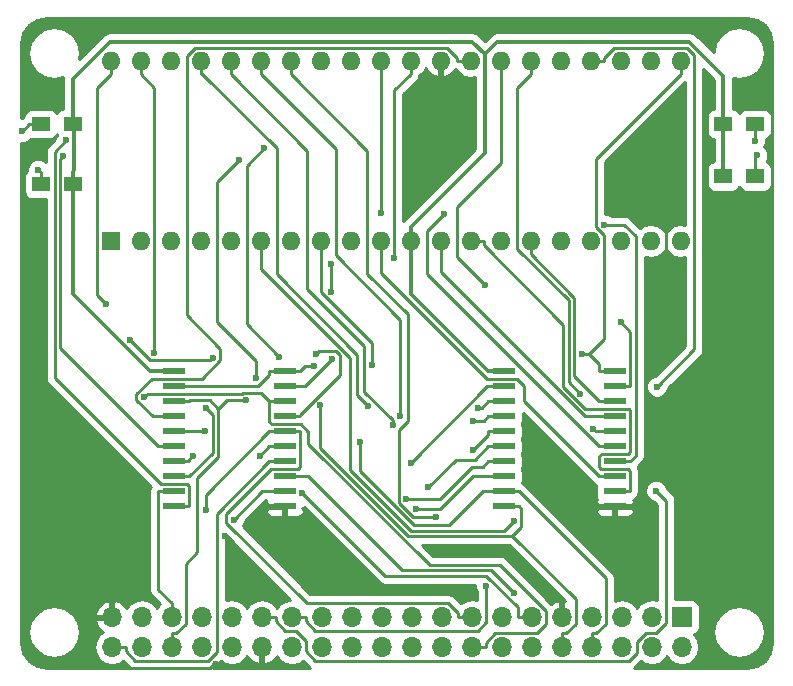
<source format=gbr>
G04 #@! TF.FileFunction,Copper,L2,Bot,Signal*
%FSLAX46Y46*%
G04 Gerber Fmt 4.6, Leading zero omitted, Abs format (unit mm)*
G04 Created by KiCad (PCBNEW 4.0.7) date 01/21/18 21:19:11*
%MOMM*%
%LPD*%
G01*
G04 APERTURE LIST*
%ADD10C,0.100000*%
%ADD11R,1.600000X1.600000*%
%ADD12O,1.600000X1.600000*%
%ADD13R,1.700000X1.700000*%
%ADD14O,1.700000X1.700000*%
%ADD15R,1.500000X1.300000*%
%ADD16R,1.950000X0.600000*%
%ADD17C,0.600000*%
%ADD18C,0.350000*%
%ADD19C,0.250000*%
%ADD20C,0.254000*%
G04 APERTURE END LIST*
D10*
D11*
X101092000Y-81026000D03*
D12*
X149352000Y-65786000D03*
X103632000Y-81026000D03*
X146812000Y-65786000D03*
X106172000Y-81026000D03*
X144272000Y-65786000D03*
X108712000Y-81026000D03*
X141732000Y-65786000D03*
X111252000Y-81026000D03*
X139192000Y-65786000D03*
X113792000Y-81026000D03*
X136652000Y-65786000D03*
X116332000Y-81026000D03*
X134112000Y-65786000D03*
X118872000Y-81026000D03*
X131572000Y-65786000D03*
X121412000Y-81026000D03*
X129032000Y-65786000D03*
X123952000Y-81026000D03*
X126492000Y-65786000D03*
X126492000Y-81026000D03*
X123952000Y-65786000D03*
X129032000Y-81026000D03*
X121412000Y-65786000D03*
X131572000Y-81026000D03*
X118872000Y-65786000D03*
X134112000Y-81026000D03*
X116332000Y-65786000D03*
X136652000Y-81026000D03*
X113792000Y-65786000D03*
X139192000Y-81026000D03*
X111252000Y-65786000D03*
X141732000Y-81026000D03*
X108712000Y-65786000D03*
X144272000Y-81026000D03*
X106172000Y-65786000D03*
X146812000Y-81026000D03*
X103632000Y-65786000D03*
X149352000Y-81026000D03*
X101092000Y-65786000D03*
D13*
X149454000Y-112878000D03*
D14*
X149454000Y-115418000D03*
X146914000Y-112878000D03*
X146914000Y-115418000D03*
X144374000Y-112878000D03*
X144374000Y-115418000D03*
X141834000Y-112878000D03*
X141834000Y-115418000D03*
X139294000Y-112878000D03*
X139294000Y-115418000D03*
X136754000Y-112878000D03*
X136754000Y-115418000D03*
X134214000Y-112878000D03*
X134214000Y-115418000D03*
X131674000Y-112878000D03*
X131674000Y-115418000D03*
X129134000Y-112878000D03*
X129134000Y-115418000D03*
X126594000Y-112878000D03*
X126594000Y-115418000D03*
X124054000Y-112878000D03*
X124054000Y-115418000D03*
X121514000Y-112878000D03*
X121514000Y-115418000D03*
X118974000Y-112878000D03*
X118974000Y-115418000D03*
X116434000Y-112878000D03*
X116434000Y-115418000D03*
X113894000Y-112878000D03*
X113894000Y-115418000D03*
X111354000Y-112878000D03*
X111354000Y-115418000D03*
X108814000Y-112878000D03*
X108814000Y-115418000D03*
X106274000Y-112878000D03*
X106274000Y-115418000D03*
X103734000Y-112878000D03*
X103734000Y-115418000D03*
X101194000Y-112878000D03*
X101194000Y-115418000D03*
D15*
X97870000Y-76200000D03*
X95170000Y-76200000D03*
X97870000Y-71120000D03*
X95170000Y-71120000D03*
X152955000Y-71120000D03*
X155655000Y-71120000D03*
X152955000Y-75565000D03*
X155655000Y-75565000D03*
D16*
X143765000Y-92075000D03*
X143765000Y-93345000D03*
X143765000Y-94615000D03*
X143765000Y-95885000D03*
X143765000Y-97155000D03*
X143765000Y-98425000D03*
X143765000Y-99695000D03*
X143765000Y-100965000D03*
X143765000Y-102235000D03*
X143765000Y-103505000D03*
X134365000Y-103505000D03*
X134365000Y-102235000D03*
X134365000Y-100965000D03*
X134365000Y-99695000D03*
X134365000Y-98425000D03*
X134365000Y-97155000D03*
X134365000Y-95885000D03*
X134365000Y-94615000D03*
X134365000Y-93345000D03*
X134365000Y-92075000D03*
X115825000Y-92075000D03*
X115825000Y-93345000D03*
X115825000Y-94615000D03*
X115825000Y-95885000D03*
X115825000Y-97155000D03*
X115825000Y-98425000D03*
X115825000Y-99695000D03*
X115825000Y-100965000D03*
X115825000Y-102235000D03*
X115825000Y-103505000D03*
X106425000Y-103505000D03*
X106425000Y-102235000D03*
X106425000Y-100965000D03*
X106425000Y-99695000D03*
X106425000Y-98425000D03*
X106425000Y-97155000D03*
X106425000Y-95885000D03*
X106425000Y-94615000D03*
X106425000Y-93345000D03*
X106425000Y-92075000D03*
D17*
X148336000Y-78359000D03*
X121539000Y-110045500D03*
X136144000Y-108585000D03*
X139573000Y-103632000D03*
X145796000Y-102870000D03*
X148845000Y-93345000D03*
X113030000Y-108712000D03*
X110744000Y-106045000D03*
X104013000Y-107188000D03*
X109982000Y-116840000D03*
X115825000Y-103505000D03*
X122174700Y-98023200D03*
X118853900Y-94900300D03*
X117320700Y-102366200D03*
X109071500Y-97131700D03*
X108021500Y-99196800D03*
X109164900Y-103787800D03*
X103946800Y-94259300D03*
X118315700Y-91619000D03*
X131735100Y-98750800D03*
X131751200Y-96290600D03*
X109749700Y-90894600D03*
X102734600Y-89425300D03*
X126495400Y-99831900D03*
X127990800Y-101873900D03*
X132218500Y-95160200D03*
X132894600Y-110247200D03*
X147275600Y-102176700D03*
X126127500Y-102843900D03*
X126941900Y-103708400D03*
X112538200Y-94526200D03*
X111506500Y-104630100D03*
X135250400Y-110825700D03*
X147352500Y-93357400D03*
X135211200Y-104721000D03*
X140869700Y-93954700D03*
X129299600Y-78714400D03*
X118483600Y-90582400D03*
X132816500Y-84794700D03*
X141964000Y-96954800D03*
X123207600Y-91566900D03*
X142881900Y-79650100D03*
X125119000Y-82498800D03*
X119773300Y-85343400D03*
X119745800Y-82991500D03*
X123984200Y-78693100D03*
X115333200Y-90819900D03*
X114092100Y-73173300D03*
X113354300Y-92660600D03*
X111982800Y-74142500D03*
X144273900Y-87929100D03*
X128659900Y-104377700D03*
X125605300Y-95811300D03*
X124988100Y-96628000D03*
X122907900Y-95016900D03*
X109138600Y-95158300D03*
X104790100Y-90482500D03*
X100720500Y-86370700D03*
X113757900Y-99192200D03*
X97351200Y-72510700D03*
X119860400Y-90994700D03*
X140969100Y-90615600D03*
X97032700Y-73847400D03*
X94948000Y-75007000D03*
X93620800Y-71759100D03*
X155623100Y-72583500D03*
X155829000Y-73787000D03*
D18*
X152955000Y-75565000D02*
X152955000Y-71120000D01*
X97870000Y-76200000D02*
X97870000Y-77225300D01*
X104396900Y-92075000D02*
X106425000Y-92075000D01*
X97870000Y-85548100D02*
X104396900Y-92075000D01*
X97870000Y-77225300D02*
X97870000Y-85548100D01*
X97870000Y-71120000D02*
X97870000Y-70094700D01*
X97870000Y-76200000D02*
X97870000Y-75174700D01*
X98026500Y-71276500D02*
X97870000Y-71120000D01*
X98026500Y-75018200D02*
X98026500Y-71276500D01*
X97870000Y-75174700D02*
X98026500Y-75018200D01*
X134365000Y-92075000D02*
X133014700Y-92075000D01*
X126492000Y-85552300D02*
X126492000Y-81026000D01*
X133014700Y-92075000D02*
X126492000Y-85552300D01*
X132771600Y-73571100D02*
X132771600Y-65215700D01*
X126492000Y-79850700D02*
X132771600Y-73571100D01*
X131715800Y-64159900D02*
X132771600Y-65215700D01*
X101031500Y-64159900D02*
X131715800Y-64159900D01*
X97870000Y-67321400D02*
X101031500Y-64159900D01*
X97870000Y-70094700D02*
X97870000Y-67321400D01*
X152955000Y-67026900D02*
X152955000Y-71120000D01*
X150073100Y-64145000D02*
X152955000Y-67026900D01*
X133842300Y-64145000D02*
X150073100Y-64145000D01*
X132771600Y-65215700D02*
X133842300Y-64145000D01*
X126492000Y-81026000D02*
X126492000Y-79850700D01*
D19*
X148082000Y-78613000D02*
X148082000Y-84582000D01*
X148336000Y-78359000D02*
X148082000Y-78613000D01*
X109982000Y-116840000D02*
X109791500Y-116840000D01*
X109474000Y-117157500D02*
X99949000Y-117157500D01*
X109791500Y-116840000D02*
X109474000Y-117157500D01*
X139294000Y-112878000D02*
X139294000Y-111735000D01*
X139294000Y-111735000D02*
X136144000Y-108585000D01*
X148845000Y-93345000D02*
X148844000Y-93345000D01*
X101194000Y-112878000D02*
X101194000Y-107975000D01*
X113030000Y-108331000D02*
X113030000Y-108712000D01*
X110744000Y-106045000D02*
X113030000Y-108331000D01*
X101981000Y-107188000D02*
X104013000Y-107188000D01*
X101194000Y-107975000D02*
X101981000Y-107188000D01*
X113894000Y-115418000D02*
X113894000Y-116738000D01*
X110236000Y-117094000D02*
X109982000Y-116840000D01*
X112268000Y-117094000D02*
X110236000Y-117094000D01*
X112522000Y-116840000D02*
X112268000Y-117094000D01*
X113792000Y-116840000D02*
X112522000Y-116840000D01*
X113894000Y-116738000D02*
X113792000Y-116840000D01*
X142201400Y-114242700D02*
X141834000Y-114242700D01*
X143009300Y-113434800D02*
X142201400Y-114242700D01*
X143009300Y-109579000D02*
X143009300Y-113434800D01*
X135665300Y-102235000D02*
X143009300Y-109579000D01*
X134365000Y-102235000D02*
X135665300Y-102235000D01*
X141834000Y-115418000D02*
X141834000Y-114242700D01*
X122174700Y-100482300D02*
X122174700Y-98023200D01*
X126739500Y-105047100D02*
X122174700Y-100482300D01*
X129762700Y-105047100D02*
X126739500Y-105047100D01*
X132574800Y-102235000D02*
X129762700Y-105047100D01*
X134365000Y-102235000D02*
X132574800Y-102235000D01*
X139294000Y-115418000D02*
X139294000Y-114242700D01*
X139661400Y-114242700D02*
X139294000Y-114242700D01*
X140469300Y-113434800D02*
X139661400Y-114242700D01*
X140469300Y-111361200D02*
X140469300Y-113434800D01*
X135100600Y-105992500D02*
X140469300Y-111361200D01*
X126285200Y-105992500D02*
X135100600Y-105992500D01*
X118853900Y-98561200D02*
X126285200Y-105992500D01*
X118853900Y-94900300D02*
X118853900Y-98561200D01*
X135847800Y-103687500D02*
X135665300Y-103505000D01*
X135847800Y-105245300D02*
X135847800Y-103687500D01*
X135100600Y-105992500D02*
X135847800Y-105245300D01*
X134365000Y-103505000D02*
X135665300Y-103505000D01*
X136754000Y-112878000D02*
X135578700Y-112878000D01*
X109048200Y-97155000D02*
X109071500Y-97131700D01*
X106425000Y-97155000D02*
X109048200Y-97155000D01*
X124323400Y-109368900D02*
X117320700Y-102366200D01*
X132900700Y-109368900D02*
X124323400Y-109368900D01*
X135578700Y-112046900D02*
X132900700Y-109368900D01*
X135578700Y-112878000D02*
X135578700Y-112046900D01*
X107725300Y-99493000D02*
X108021500Y-99196800D01*
X107725300Y-99695000D02*
X107725300Y-99493000D01*
X106425000Y-99695000D02*
X107725300Y-99695000D01*
X131674000Y-112878000D02*
X130498700Y-112878000D01*
X116475200Y-97155000D02*
X117125300Y-97155000D01*
X117125300Y-100173100D02*
X117125300Y-97155000D01*
X116966400Y-100332000D02*
X117125300Y-100173100D01*
X114702300Y-100332000D02*
X116966400Y-100332000D01*
X110861700Y-104172600D02*
X114702300Y-100332000D01*
X110861700Y-104877000D02*
X110861700Y-104172600D01*
X117687400Y-111702700D02*
X110861700Y-104877000D01*
X129690800Y-111702700D02*
X117687400Y-111702700D01*
X130498700Y-112510600D02*
X129690800Y-111702700D01*
X130498700Y-112878000D02*
X130498700Y-112510600D01*
X116475200Y-97155000D02*
X115825000Y-97155000D01*
X109164900Y-102514800D02*
X109164900Y-103787800D01*
X114524700Y-97155000D02*
X109164900Y-102514800D01*
X115825000Y-97155000D02*
X114524700Y-97155000D01*
X115825000Y-94615000D02*
X114524700Y-94615000D01*
X131674000Y-115418000D02*
X132849300Y-115418000D01*
X113810600Y-93900900D02*
X114524700Y-94615000D01*
X112279200Y-93900900D02*
X113810600Y-93900900D01*
X112190500Y-93989600D02*
X112279200Y-93900900D01*
X104216500Y-93989600D02*
X112190500Y-93989600D01*
X103946800Y-94259300D02*
X104216500Y-93989600D01*
X132849300Y-115050600D02*
X132849300Y-115418000D01*
X133657200Y-114242700D02*
X132849300Y-115050600D01*
X137159600Y-114242700D02*
X133657200Y-114242700D01*
X137929400Y-113472900D02*
X137159600Y-114242700D01*
X137929400Y-112347700D02*
X137929400Y-113472900D01*
X134024400Y-108442700D02*
X137929400Y-112347700D01*
X128088900Y-108442700D02*
X134024400Y-108442700D01*
X117825400Y-98179200D02*
X128088900Y-108442700D01*
X117825400Y-97175200D02*
X117825400Y-98179200D01*
X117170200Y-96520000D02*
X117825400Y-97175200D01*
X114714000Y-96520000D02*
X117170200Y-96520000D01*
X114524700Y-96330700D02*
X114714000Y-96520000D01*
X114524700Y-94615000D02*
X114524700Y-96330700D01*
X113567300Y-93345000D02*
X106425000Y-93345000D01*
X114524700Y-92387600D02*
X113567300Y-93345000D01*
X114524700Y-92075000D02*
X114524700Y-92387600D01*
X115825000Y-92075000D02*
X114524700Y-92075000D01*
X117581300Y-91619000D02*
X117125300Y-92075000D01*
X118315700Y-91619000D02*
X117581300Y-91619000D01*
X115825000Y-92075000D02*
X117125300Y-92075000D01*
X133064700Y-97421200D02*
X131735100Y-98750800D01*
X133064700Y-97155000D02*
X133064700Y-97421200D01*
X134365000Y-97155000D02*
X133064700Y-97155000D01*
X132659100Y-96290600D02*
X133064700Y-95885000D01*
X131751200Y-96290600D02*
X132659100Y-96290600D01*
X134365000Y-95885000D02*
X133064700Y-95885000D01*
X104455100Y-91145800D02*
X102734600Y-89425300D01*
X109498500Y-91145800D02*
X104455100Y-91145800D01*
X109749700Y-90894600D02*
X109498500Y-91145800D01*
X132982300Y-93345000D02*
X134365000Y-93345000D01*
X126495400Y-99831900D02*
X132982300Y-93345000D01*
X130308000Y-99556700D02*
X127990800Y-101873900D01*
X131933000Y-99556700D02*
X130308000Y-99556700D01*
X133064700Y-98425000D02*
X131933000Y-99556700D01*
X134365000Y-98425000D02*
X133064700Y-98425000D01*
X132519500Y-95160200D02*
X133064700Y-94615000D01*
X132218500Y-95160200D02*
X132519500Y-95160200D01*
X134365000Y-94615000D02*
X133064700Y-94615000D01*
X117609300Y-113245400D02*
X117609300Y-112878000D01*
X118417200Y-114053300D02*
X117609300Y-113245400D01*
X132168300Y-114053300D02*
X118417200Y-114053300D01*
X132894600Y-113327000D02*
X132168300Y-114053300D01*
X132894600Y-110247200D02*
X132894600Y-113327000D01*
X116434000Y-112878000D02*
X117609300Y-112878000D01*
X115069300Y-113245400D02*
X115069300Y-112878000D01*
X115877200Y-114053300D02*
X115069300Y-113245400D01*
X116748600Y-114053300D02*
X115877200Y-114053300D01*
X117609400Y-114914100D02*
X116748600Y-114053300D01*
X117609400Y-115777600D02*
X117609400Y-114914100D01*
X118425200Y-116593400D02*
X117609400Y-115777600D01*
X144941300Y-116593400D02*
X118425200Y-116593400D01*
X145644000Y-115890700D02*
X144941300Y-116593400D01*
X145644000Y-114987000D02*
X145644000Y-115890700D01*
X146388400Y-114242600D02*
X145644000Y-114987000D01*
X147297700Y-114242600D02*
X146388400Y-114242600D01*
X148128600Y-113411700D02*
X147297700Y-114242600D01*
X148128600Y-103029700D02*
X148128600Y-113411700D01*
X147275600Y-102176700D02*
X148128600Y-103029700D01*
X113894000Y-112878000D02*
X115069300Y-112878000D01*
X132602200Y-100157500D02*
X133064700Y-99695000D01*
X131692700Y-100157500D02*
X132602200Y-100157500D01*
X129006300Y-102843900D02*
X131692700Y-100157500D01*
X126127500Y-102843900D02*
X129006300Y-102843900D01*
X134365000Y-99695000D02*
X133064700Y-99695000D01*
X131747400Y-100965000D02*
X134365000Y-100965000D01*
X129004000Y-103708400D02*
X131747400Y-100965000D01*
X126941900Y-103708400D02*
X129004000Y-103708400D01*
X105124700Y-110553400D02*
X106274000Y-111702700D01*
X105124700Y-102235000D02*
X105124700Y-110553400D01*
X106425000Y-102235000D02*
X105124700Y-102235000D01*
X106274000Y-112878000D02*
X106274000Y-111702700D01*
X106425000Y-94615000D02*
X107725300Y-94615000D01*
X106274000Y-115418000D02*
X106274000Y-114242700D01*
X110909700Y-94526200D02*
X110216100Y-95219800D01*
X112538200Y-94526200D02*
X110909700Y-94526200D01*
X109523800Y-94527500D02*
X110216100Y-95219800D01*
X107812800Y-94527500D02*
X109523800Y-94527500D01*
X107725300Y-94615000D02*
X107812800Y-94527500D01*
X106641400Y-114242700D02*
X106274000Y-114242700D01*
X107449300Y-113434800D02*
X106641400Y-114242700D01*
X107449300Y-108338500D02*
X107449300Y-113434800D01*
X108396200Y-107391600D02*
X107449300Y-108338500D01*
X108396200Y-101104100D02*
X108396200Y-107391600D01*
X110216100Y-99284200D02*
X108396200Y-101104100D01*
X110216100Y-95219800D02*
X110216100Y-99284200D01*
X113901600Y-102235000D02*
X111506500Y-104630100D01*
X115825000Y-102235000D02*
X113901600Y-102235000D01*
X102369300Y-115785400D02*
X102369300Y-115418000D01*
X103177200Y-116593300D02*
X102369300Y-115785400D01*
X109334100Y-116593300D02*
X103177200Y-116593300D01*
X110084000Y-115843400D02*
X109334100Y-116593300D01*
X110084000Y-104135700D02*
X110084000Y-115843400D01*
X114524700Y-99695000D02*
X110084000Y-104135700D01*
X115825000Y-99695000D02*
X114524700Y-99695000D01*
X101194000Y-115418000D02*
X102369300Y-115418000D01*
X133317800Y-108893100D02*
X135250400Y-110825700D01*
X125753700Y-108893100D02*
X133317800Y-108893100D01*
X117825600Y-100965000D02*
X125753700Y-108893100D01*
X115825000Y-100965000D02*
X117825600Y-100965000D01*
X142857300Y-65504600D02*
X142857300Y-65786000D01*
X143701200Y-64660700D02*
X142857300Y-65504600D01*
X149881100Y-64660700D02*
X143701200Y-64660700D01*
X150499100Y-65278700D02*
X149881100Y-64660700D01*
X150499100Y-90210800D02*
X150499100Y-65278700D01*
X147352500Y-93357400D02*
X150499100Y-90210800D01*
X141732000Y-65786000D02*
X142857300Y-65786000D01*
X113792000Y-83376600D02*
X113792000Y-81026000D01*
X121381800Y-90966400D02*
X113792000Y-83376600D01*
X121381800Y-100389200D02*
X121381800Y-90966400D01*
X126534700Y-105542100D02*
X121381800Y-100389200D01*
X134390100Y-105542100D02*
X126534700Y-105542100D01*
X135211200Y-104721000D02*
X134390100Y-105542100D01*
X136652000Y-65786000D02*
X136652000Y-66911300D01*
X135526700Y-68036600D02*
X136652000Y-66911300D01*
X135526700Y-81700900D02*
X135526700Y-68036600D01*
X139865800Y-86040000D02*
X135526700Y-81700900D01*
X139865800Y-92950800D02*
X139865800Y-86040000D01*
X140869700Y-93954700D02*
X139865800Y-92950800D01*
X127846400Y-80167600D02*
X129299600Y-78714400D01*
X127846400Y-83806700D02*
X127846400Y-80167600D01*
X142464700Y-98425000D02*
X127846400Y-83806700D01*
X143765000Y-98425000D02*
X142464700Y-98425000D01*
X134112000Y-74463300D02*
X134112000Y-65786000D01*
X130395700Y-78179600D02*
X134112000Y-74463300D01*
X130395700Y-82373900D02*
X130395700Y-78179600D01*
X132816500Y-84794700D02*
X130395700Y-82373900D01*
X115825000Y-95885000D02*
X117125300Y-95885000D01*
X117125300Y-95744600D02*
X117125300Y-95885000D01*
X120485800Y-92384100D02*
X117125300Y-95744600D01*
X120485800Y-90707300D02*
X120485800Y-92384100D01*
X120147800Y-90369300D02*
X120485800Y-90707300D01*
X118696700Y-90369300D02*
X120147800Y-90369300D01*
X118483600Y-90582400D02*
X118696700Y-90369300D01*
X142164200Y-97155000D02*
X141964000Y-96954800D01*
X143765000Y-97155000D02*
X142164200Y-97155000D01*
X118872000Y-81026000D02*
X118872000Y-82151300D01*
X123207600Y-89662000D02*
X123207600Y-91566900D01*
X118872000Y-85326400D02*
X123207600Y-89662000D01*
X118872000Y-82151300D02*
X118872000Y-85326400D01*
X131572000Y-65786000D02*
X130446700Y-65786000D01*
X130446700Y-65504600D02*
X130446700Y-65786000D01*
X129602800Y-64660700D02*
X130446700Y-65504600D01*
X108221200Y-64660700D02*
X129602800Y-64660700D01*
X107539400Y-65342500D02*
X108221200Y-64660700D01*
X107539400Y-87310600D02*
X107539400Y-65342500D01*
X110384400Y-90155600D02*
X107539400Y-87310600D01*
X110384400Y-91144300D02*
X110384400Y-90155600D01*
X108809100Y-92719600D02*
X110384400Y-91144300D01*
X104556000Y-92719600D02*
X108809100Y-92719600D01*
X103277900Y-93997700D02*
X104556000Y-92719600D01*
X103277900Y-94487200D02*
X103277900Y-93997700D01*
X104675700Y-95885000D02*
X103277900Y-94487200D01*
X106425000Y-95885000D02*
X104675700Y-95885000D01*
X143765000Y-99695000D02*
X145065300Y-99695000D01*
X144552100Y-79650100D02*
X142881900Y-79650100D01*
X145542000Y-80640000D02*
X144552100Y-79650100D01*
X145542000Y-99218300D02*
X145542000Y-80640000D01*
X145065300Y-99695000D02*
X145542000Y-99218300D01*
X143765000Y-100965000D02*
X142464700Y-100965000D01*
X123952000Y-81026000D02*
X123952000Y-82151300D01*
X136053200Y-94553500D02*
X142464700Y-100965000D01*
X136053200Y-93274100D02*
X136053200Y-94553500D01*
X135498800Y-92719700D02*
X136053200Y-93274100D01*
X132944600Y-92719700D02*
X135498800Y-92719700D01*
X123952000Y-83727100D02*
X132944600Y-92719700D01*
X123952000Y-82151300D02*
X123952000Y-83727100D01*
X125119000Y-68284300D02*
X125119000Y-82498800D01*
X126492000Y-66911300D02*
X125119000Y-68284300D01*
X126492000Y-65786000D02*
X126492000Y-66911300D01*
X119745800Y-85315900D02*
X119745800Y-82991500D01*
X119773300Y-85343400D02*
X119745800Y-85315900D01*
X123984200Y-66943500D02*
X123952000Y-66911300D01*
X123984200Y-78693100D02*
X123984200Y-66943500D01*
X123952000Y-65786000D02*
X123952000Y-66911300D01*
X129032000Y-81026000D02*
X129032000Y-82151300D01*
X129032000Y-83665200D02*
X129032000Y-82151300D01*
X141251800Y-95885000D02*
X129032000Y-83665200D01*
X143765000Y-95885000D02*
X141251800Y-95885000D01*
X112608200Y-74657200D02*
X114092100Y-73173300D01*
X112608200Y-88094900D02*
X112608200Y-74657200D01*
X115333200Y-90819900D02*
X112608200Y-88094900D01*
X145065300Y-100480400D02*
X145065300Y-102235000D01*
X144924500Y-100339600D02*
X145065300Y-100480400D01*
X142596400Y-100339600D02*
X144924500Y-100339600D01*
X142464600Y-100207800D02*
X142596400Y-100339600D01*
X142464600Y-99252200D02*
X142464600Y-100207800D01*
X142666400Y-99050400D02*
X142464600Y-99252200D01*
X144874700Y-99050400D02*
X142666400Y-99050400D01*
X145065400Y-98859700D02*
X144874700Y-99050400D01*
X145065400Y-95352400D02*
X145065400Y-98859700D01*
X144953400Y-95240400D02*
X145065400Y-95352400D01*
X141271000Y-95240400D02*
X144953400Y-95240400D01*
X139415300Y-93384700D02*
X141271000Y-95240400D01*
X139415300Y-88127900D02*
X139415300Y-93384700D01*
X132697300Y-81409900D02*
X139415300Y-88127900D01*
X132697300Y-81026000D02*
X132697300Y-81409900D01*
X131572000Y-81026000D02*
X132697300Y-81026000D01*
X143765000Y-102235000D02*
X145065300Y-102235000D01*
X110079100Y-76046200D02*
X111982800Y-74142500D01*
X110079100Y-87930100D02*
X110079100Y-76046200D01*
X113354300Y-91205300D02*
X110079100Y-87930100D01*
X113354300Y-92660600D02*
X113354300Y-91205300D01*
X145065300Y-88720500D02*
X144273900Y-87929100D01*
X145065300Y-93345000D02*
X145065300Y-88720500D01*
X143765000Y-93345000D02*
X145065300Y-93345000D01*
X116332000Y-65786000D02*
X116332000Y-66911300D01*
X122807000Y-73386300D02*
X116332000Y-66911300D01*
X122807000Y-83827300D02*
X122807000Y-73386300D01*
X126230600Y-87250900D02*
X122807000Y-83827300D01*
X126230600Y-96269900D02*
X126230600Y-87250900D01*
X125501200Y-96999300D02*
X126230600Y-96269900D01*
X125501200Y-103171900D02*
X125501200Y-96999300D01*
X126707000Y-104377700D02*
X125501200Y-103171900D01*
X128659900Y-104377700D02*
X126707000Y-104377700D01*
X143765000Y-94615000D02*
X142464700Y-94615000D01*
X136652000Y-81026000D02*
X136652000Y-82151300D01*
X140316100Y-85815400D02*
X136652000Y-82151300D01*
X140316100Y-92466400D02*
X140316100Y-85815400D01*
X142464700Y-94615000D02*
X140316100Y-92466400D01*
X120142000Y-73261300D02*
X113792000Y-66911300D01*
X120142000Y-82221500D02*
X120142000Y-73261300D01*
X125605300Y-87684800D02*
X120142000Y-82221500D01*
X125605300Y-95811300D02*
X125605300Y-87684800D01*
X113792000Y-65786000D02*
X113792000Y-66911300D01*
X111252000Y-65786000D02*
X111252000Y-66911300D01*
X117741000Y-73400300D02*
X111252000Y-66911300D01*
X117741000Y-85103800D02*
X117741000Y-73400300D01*
X122581400Y-89944200D02*
X117741000Y-85103800D01*
X122581400Y-93806000D02*
X122581400Y-89944200D01*
X124988100Y-96212700D02*
X122581400Y-93806000D01*
X124988100Y-96628000D02*
X124988100Y-96212700D01*
X108852700Y-66911300D02*
X108712000Y-66911300D01*
X115135800Y-73194400D02*
X108852700Y-66911300D01*
X115135800Y-83848900D02*
X115135800Y-73194400D01*
X121959200Y-90672300D02*
X115135800Y-83848900D01*
X121959200Y-94068200D02*
X121959200Y-90672300D01*
X122907900Y-95016900D02*
X121959200Y-94068200D01*
X108712000Y-65786000D02*
X108712000Y-66911300D01*
X109719100Y-95738800D02*
X109138600Y-95158300D01*
X109719100Y-98971200D02*
X109719100Y-95738800D01*
X107725300Y-100965000D02*
X109719100Y-98971200D01*
X106425000Y-100965000D02*
X107725300Y-100965000D01*
X104790100Y-68069400D02*
X103632000Y-66911300D01*
X104790100Y-90482500D02*
X104790100Y-68069400D01*
X103632000Y-65786000D02*
X103632000Y-66911300D01*
X99966700Y-68036600D02*
X101092000Y-66911300D01*
X99966700Y-85616900D02*
X99966700Y-68036600D01*
X100720500Y-86370700D02*
X99966700Y-85616900D01*
X101092000Y-65786000D02*
X101092000Y-66911300D01*
X114524700Y-98425400D02*
X114524700Y-98425000D01*
X113757900Y-99192200D02*
X114524700Y-98425400D01*
X115825000Y-98425000D02*
X114524700Y-98425000D01*
X107725300Y-101792100D02*
X107725300Y-103505000D01*
X107523600Y-101590400D02*
X107725300Y-101792100D01*
X105314200Y-101590400D02*
X107523600Y-101590400D01*
X96344200Y-92620400D02*
X105314200Y-101590400D01*
X96344200Y-73517700D02*
X96344200Y-92620400D01*
X97351200Y-72510700D02*
X96344200Y-73517700D01*
X106425000Y-103505000D02*
X107725300Y-103505000D01*
X149352000Y-65786000D02*
X149352000Y-66911300D01*
X143765000Y-92075000D02*
X142464700Y-92075000D01*
X117510100Y-93345000D02*
X119860400Y-90994700D01*
X115825000Y-93345000D02*
X117510100Y-93345000D01*
X140969100Y-90615600D02*
X141630600Y-90615600D01*
X142464700Y-91449700D02*
X142464700Y-92075000D01*
X141630600Y-90615600D02*
X142464700Y-91449700D01*
X142886600Y-89359600D02*
X141630600Y-90615600D01*
X142886600Y-80564000D02*
X142886600Y-89359600D01*
X142202400Y-79879800D02*
X142886600Y-80564000D01*
X142202400Y-74060900D02*
X142202400Y-79879800D01*
X149352000Y-66911300D02*
X142202400Y-74060900D01*
X106425000Y-98425000D02*
X105124700Y-98425000D01*
X96794600Y-74085500D02*
X97032700Y-73847400D01*
X96794600Y-90094900D02*
X96794600Y-74085500D01*
X105124700Y-98425000D02*
X96794600Y-90094900D01*
X95165700Y-75224700D02*
X95170000Y-75224700D01*
X94948000Y-75007000D02*
X95165700Y-75224700D01*
X95170000Y-76200000D02*
X95170000Y-75224700D01*
X94094700Y-71285200D02*
X94094700Y-71120000D01*
X93620800Y-71759100D02*
X94094700Y-71285200D01*
X95170000Y-71120000D02*
X94094700Y-71120000D01*
X155655000Y-72551600D02*
X155655000Y-71120000D01*
X155623100Y-72583500D02*
X155655000Y-72551600D01*
X155655000Y-75565000D02*
X155655000Y-73961000D01*
X155655000Y-73961000D02*
X155829000Y-73787000D01*
D20*
G36*
X96536173Y-72035365D02*
X96416362Y-72323901D01*
X96416321Y-72370777D01*
X95806799Y-72980299D01*
X95642052Y-73226861D01*
X95584200Y-73517700D01*
X95584200Y-74320866D01*
X95478327Y-74214808D01*
X95134799Y-74072162D01*
X94762833Y-74071838D01*
X94419057Y-74213883D01*
X94155808Y-74476673D01*
X94013162Y-74820201D01*
X94012955Y-75057342D01*
X93968559Y-75085910D01*
X93823569Y-75298110D01*
X93772560Y-75550000D01*
X93772560Y-76850000D01*
X93816838Y-77085317D01*
X93955910Y-77301441D01*
X94168110Y-77446431D01*
X94420000Y-77497440D01*
X95584200Y-77497440D01*
X95584200Y-92620400D01*
X95642052Y-92911239D01*
X95806799Y-93157801D01*
X104490887Y-101841889D01*
X104422552Y-101944161D01*
X104364700Y-102235000D01*
X104364700Y-110553400D01*
X104422552Y-110844239D01*
X104587299Y-111090801D01*
X105266750Y-111770252D01*
X105223946Y-111798853D01*
X105004000Y-112128026D01*
X104784054Y-111798853D01*
X104302285Y-111476946D01*
X103734000Y-111363907D01*
X103165715Y-111476946D01*
X102683946Y-111798853D01*
X102456298Y-112139553D01*
X102389183Y-111996642D01*
X101960924Y-111606355D01*
X101550890Y-111436524D01*
X101321000Y-111557845D01*
X101321000Y-112751000D01*
X101341000Y-112751000D01*
X101341000Y-113005000D01*
X101321000Y-113005000D01*
X101321000Y-113025000D01*
X101067000Y-113025000D01*
X101067000Y-113005000D01*
X99873181Y-113005000D01*
X99752514Y-113234892D01*
X99998817Y-113759358D01*
X100427076Y-114149645D01*
X100427101Y-114149655D01*
X100143946Y-114338853D01*
X99822039Y-114820622D01*
X99709000Y-115388907D01*
X99709000Y-115447093D01*
X99822039Y-116015378D01*
X100143946Y-116497147D01*
X100625715Y-116819054D01*
X101194000Y-116932093D01*
X101762285Y-116819054D01*
X102101498Y-116592400D01*
X102639799Y-117130701D01*
X102738723Y-117196800D01*
X95679686Y-117196800D01*
X94812964Y-117024398D01*
X94141380Y-116575660D01*
X93692641Y-115904075D01*
X93521600Y-115044191D01*
X93521600Y-114147913D01*
X94118047Y-114147913D01*
X94285030Y-114987395D01*
X94760559Y-115699074D01*
X95472238Y-116174603D01*
X96311720Y-116341586D01*
X97151202Y-116174603D01*
X97862881Y-115699074D01*
X98338410Y-114987395D01*
X98505393Y-114147913D01*
X98338410Y-113308431D01*
X97862881Y-112596752D01*
X97749672Y-112521108D01*
X99752514Y-112521108D01*
X99873181Y-112751000D01*
X101067000Y-112751000D01*
X101067000Y-111557845D01*
X100837110Y-111436524D01*
X100427076Y-111606355D01*
X99998817Y-111996642D01*
X99752514Y-112521108D01*
X97749672Y-112521108D01*
X97151202Y-112121223D01*
X96311720Y-111954240D01*
X95472238Y-112121223D01*
X94760559Y-112596752D01*
X94285030Y-113308431D01*
X94118047Y-114147913D01*
X93521600Y-114147913D01*
X93521600Y-72694014D01*
X93805967Y-72694262D01*
X94149743Y-72552217D01*
X94307564Y-72394671D01*
X94420000Y-72417440D01*
X95920000Y-72417440D01*
X96155317Y-72373162D01*
X96371441Y-72234090D01*
X96516431Y-72021890D01*
X96519081Y-72008803D01*
X96536173Y-72035365D01*
X96536173Y-72035365D01*
G37*
X96536173Y-72035365D02*
X96416362Y-72323901D01*
X96416321Y-72370777D01*
X95806799Y-72980299D01*
X95642052Y-73226861D01*
X95584200Y-73517700D01*
X95584200Y-74320866D01*
X95478327Y-74214808D01*
X95134799Y-74072162D01*
X94762833Y-74071838D01*
X94419057Y-74213883D01*
X94155808Y-74476673D01*
X94013162Y-74820201D01*
X94012955Y-75057342D01*
X93968559Y-75085910D01*
X93823569Y-75298110D01*
X93772560Y-75550000D01*
X93772560Y-76850000D01*
X93816838Y-77085317D01*
X93955910Y-77301441D01*
X94168110Y-77446431D01*
X94420000Y-77497440D01*
X95584200Y-77497440D01*
X95584200Y-92620400D01*
X95642052Y-92911239D01*
X95806799Y-93157801D01*
X104490887Y-101841889D01*
X104422552Y-101944161D01*
X104364700Y-102235000D01*
X104364700Y-110553400D01*
X104422552Y-110844239D01*
X104587299Y-111090801D01*
X105266750Y-111770252D01*
X105223946Y-111798853D01*
X105004000Y-112128026D01*
X104784054Y-111798853D01*
X104302285Y-111476946D01*
X103734000Y-111363907D01*
X103165715Y-111476946D01*
X102683946Y-111798853D01*
X102456298Y-112139553D01*
X102389183Y-111996642D01*
X101960924Y-111606355D01*
X101550890Y-111436524D01*
X101321000Y-111557845D01*
X101321000Y-112751000D01*
X101341000Y-112751000D01*
X101341000Y-113005000D01*
X101321000Y-113005000D01*
X101321000Y-113025000D01*
X101067000Y-113025000D01*
X101067000Y-113005000D01*
X99873181Y-113005000D01*
X99752514Y-113234892D01*
X99998817Y-113759358D01*
X100427076Y-114149645D01*
X100427101Y-114149655D01*
X100143946Y-114338853D01*
X99822039Y-114820622D01*
X99709000Y-115388907D01*
X99709000Y-115447093D01*
X99822039Y-116015378D01*
X100143946Y-116497147D01*
X100625715Y-116819054D01*
X101194000Y-116932093D01*
X101762285Y-116819054D01*
X102101498Y-116592400D01*
X102639799Y-117130701D01*
X102738723Y-117196800D01*
X95679686Y-117196800D01*
X94812964Y-117024398D01*
X94141380Y-116575660D01*
X93692641Y-115904075D01*
X93521600Y-115044191D01*
X93521600Y-114147913D01*
X94118047Y-114147913D01*
X94285030Y-114987395D01*
X94760559Y-115699074D01*
X95472238Y-116174603D01*
X96311720Y-116341586D01*
X97151202Y-116174603D01*
X97862881Y-115699074D01*
X98338410Y-114987395D01*
X98505393Y-114147913D01*
X98338410Y-113308431D01*
X97862881Y-112596752D01*
X97749672Y-112521108D01*
X99752514Y-112521108D01*
X99873181Y-112751000D01*
X101067000Y-112751000D01*
X101067000Y-111557845D01*
X100837110Y-111436524D01*
X100427076Y-111606355D01*
X99998817Y-111996642D01*
X99752514Y-112521108D01*
X97749672Y-112521108D01*
X97151202Y-112121223D01*
X96311720Y-111954240D01*
X95472238Y-112121223D01*
X94760559Y-112596752D01*
X94285030Y-113308431D01*
X94118047Y-114147913D01*
X93521600Y-114147913D01*
X93521600Y-72694014D01*
X93805967Y-72694262D01*
X94149743Y-72552217D01*
X94307564Y-72394671D01*
X94420000Y-72417440D01*
X95920000Y-72417440D01*
X96155317Y-72373162D01*
X96371441Y-72234090D01*
X96516431Y-72021890D01*
X96519081Y-72008803D01*
X96536173Y-72035365D01*
G36*
X155833790Y-62298686D02*
X156505375Y-62747425D01*
X156954113Y-63419009D01*
X157125600Y-64281131D01*
X157125600Y-115043314D01*
X156954113Y-115905436D01*
X156505375Y-116577020D01*
X155833790Y-117025759D01*
X154973906Y-117196800D01*
X145379926Y-117196800D01*
X145478701Y-117130801D01*
X146012856Y-116596646D01*
X146345715Y-116819054D01*
X146914000Y-116932093D01*
X147482285Y-116819054D01*
X147964054Y-116497147D01*
X148184000Y-116167974D01*
X148403946Y-116497147D01*
X148885715Y-116819054D01*
X149454000Y-116932093D01*
X150022285Y-116819054D01*
X150504054Y-116497147D01*
X150825961Y-116015378D01*
X150939000Y-115447093D01*
X150939000Y-115388907D01*
X150825961Y-114820622D01*
X150504054Y-114338853D01*
X150502821Y-114338029D01*
X150539317Y-114331162D01*
X150755441Y-114192090D01*
X150785839Y-114147600D01*
X152126567Y-114147600D01*
X152293550Y-114987082D01*
X152769079Y-115698761D01*
X153480758Y-116174290D01*
X154320240Y-116341273D01*
X155159722Y-116174290D01*
X155871401Y-115698761D01*
X156346930Y-114987082D01*
X156513913Y-114147600D01*
X156346930Y-113308118D01*
X155871401Y-112596439D01*
X155159722Y-112120910D01*
X154320240Y-111953927D01*
X153480758Y-112120910D01*
X152769079Y-112596439D01*
X152293550Y-113308118D01*
X152126567Y-114147600D01*
X150785839Y-114147600D01*
X150900431Y-113979890D01*
X150951440Y-113728000D01*
X150951440Y-112028000D01*
X150907162Y-111792683D01*
X150768090Y-111576559D01*
X150555890Y-111431569D01*
X150304000Y-111380560D01*
X148888600Y-111380560D01*
X148888600Y-103029700D01*
X148853380Y-102852638D01*
X148830748Y-102738860D01*
X148666001Y-102492299D01*
X148210722Y-102037020D01*
X148210762Y-101991533D01*
X148068717Y-101647757D01*
X147805927Y-101384508D01*
X147462399Y-101241862D01*
X147090433Y-101241538D01*
X146746657Y-101383583D01*
X146483408Y-101646373D01*
X146340762Y-101989901D01*
X146340438Y-102361867D01*
X146482483Y-102705643D01*
X146745273Y-102968892D01*
X147088801Y-103111538D01*
X147135677Y-103111579D01*
X147368600Y-103344502D01*
X147368600Y-111454333D01*
X146914000Y-111363907D01*
X146345715Y-111476946D01*
X145863946Y-111798853D01*
X145644000Y-112128026D01*
X145424054Y-111798853D01*
X144942285Y-111476946D01*
X144374000Y-111363907D01*
X143805715Y-111476946D01*
X143769300Y-111501278D01*
X143769300Y-109579000D01*
X143716262Y-109312362D01*
X143711448Y-109288160D01*
X143546701Y-109041599D01*
X138295852Y-103790750D01*
X142155000Y-103790750D01*
X142155000Y-103931310D01*
X142251673Y-104164699D01*
X142430302Y-104343327D01*
X142663691Y-104440000D01*
X143479250Y-104440000D01*
X143638000Y-104281250D01*
X143638000Y-103632000D01*
X143892000Y-103632000D01*
X143892000Y-104281250D01*
X144050750Y-104440000D01*
X144866309Y-104440000D01*
X145099698Y-104343327D01*
X145278327Y-104164699D01*
X145375000Y-103931310D01*
X145375000Y-103790750D01*
X145216250Y-103632000D01*
X143892000Y-103632000D01*
X143638000Y-103632000D01*
X142313750Y-103632000D01*
X142155000Y-103790750D01*
X138295852Y-103790750D01*
X136202701Y-101697599D01*
X135956139Y-101532852D01*
X135929188Y-101527491D01*
X135936431Y-101516890D01*
X135987440Y-101265000D01*
X135987440Y-100665000D01*
X135943162Y-100429683D01*
X135879322Y-100330472D01*
X135936431Y-100246890D01*
X135987440Y-99995000D01*
X135987440Y-99395000D01*
X135943162Y-99159683D01*
X135879322Y-99060472D01*
X135936431Y-98976890D01*
X135987440Y-98725000D01*
X135987440Y-98125000D01*
X135943162Y-97889683D01*
X135879322Y-97790472D01*
X135936431Y-97706890D01*
X135987440Y-97455000D01*
X135987440Y-96855000D01*
X135943162Y-96619683D01*
X135879322Y-96520472D01*
X135936431Y-96436890D01*
X135987440Y-96185000D01*
X135987440Y-95585000D01*
X135982235Y-95557337D01*
X141927299Y-101502401D01*
X142173860Y-101667148D01*
X142200812Y-101672509D01*
X142193569Y-101683110D01*
X142142560Y-101935000D01*
X142142560Y-102535000D01*
X142186838Y-102770317D01*
X142245178Y-102860980D01*
X142155000Y-103078690D01*
X142155000Y-103219250D01*
X142313750Y-103378000D01*
X143638000Y-103378000D01*
X143638000Y-103358000D01*
X143892000Y-103358000D01*
X143892000Y-103378000D01*
X145216250Y-103378000D01*
X145375000Y-103219250D01*
X145375000Y-103078690D01*
X145319398Y-102944456D01*
X145356139Y-102937148D01*
X145602701Y-102772401D01*
X145767448Y-102525839D01*
X145825300Y-102235000D01*
X145825300Y-100480400D01*
X145778852Y-100246890D01*
X145767448Y-100189560D01*
X145718619Y-100116483D01*
X146079401Y-99755701D01*
X146244148Y-99509139D01*
X146302000Y-99218300D01*
X146302000Y-82387668D01*
X146812000Y-82489113D01*
X147361151Y-82379880D01*
X147826698Y-82068811D01*
X148082000Y-81686725D01*
X148337302Y-82068811D01*
X148802849Y-82379880D01*
X149352000Y-82489113D01*
X149739100Y-82412114D01*
X149739100Y-89895998D01*
X147212820Y-92422278D01*
X147167333Y-92422238D01*
X146823557Y-92564283D01*
X146560308Y-92827073D01*
X146417662Y-93170601D01*
X146417338Y-93542567D01*
X146559383Y-93886343D01*
X146822173Y-94149592D01*
X147165701Y-94292238D01*
X147537667Y-94292562D01*
X147881443Y-94150517D01*
X148144692Y-93887727D01*
X148287338Y-93544199D01*
X148287379Y-93497323D01*
X151036501Y-90748201D01*
X151201248Y-90501640D01*
X151259100Y-90210800D01*
X151259100Y-66476513D01*
X152145000Y-67362413D01*
X152145000Y-69833850D01*
X151969683Y-69866838D01*
X151753559Y-70005910D01*
X151608569Y-70218110D01*
X151557560Y-70470000D01*
X151557560Y-71770000D01*
X151601838Y-72005317D01*
X151740910Y-72221441D01*
X151953110Y-72366431D01*
X152145000Y-72405290D01*
X152145000Y-74278850D01*
X151969683Y-74311838D01*
X151753559Y-74450910D01*
X151608569Y-74663110D01*
X151557560Y-74915000D01*
X151557560Y-76215000D01*
X151601838Y-76450317D01*
X151740910Y-76666441D01*
X151953110Y-76811431D01*
X152205000Y-76862440D01*
X153705000Y-76862440D01*
X153940317Y-76818162D01*
X154156441Y-76679090D01*
X154301431Y-76466890D01*
X154304081Y-76453803D01*
X154440910Y-76666441D01*
X154653110Y-76811431D01*
X154905000Y-76862440D01*
X156405000Y-76862440D01*
X156640317Y-76818162D01*
X156856441Y-76679090D01*
X157001431Y-76466890D01*
X157052440Y-76215000D01*
X157052440Y-74915000D01*
X157008162Y-74679683D01*
X156869090Y-74463559D01*
X156656890Y-74318569D01*
X156623485Y-74311804D01*
X156763838Y-73973799D01*
X156764162Y-73601833D01*
X156622117Y-73258057D01*
X156433754Y-73069365D01*
X156557938Y-72770299D01*
X156558262Y-72398333D01*
X156554531Y-72389304D01*
X156640317Y-72373162D01*
X156856441Y-72234090D01*
X157001431Y-72021890D01*
X157052440Y-71770000D01*
X157052440Y-70470000D01*
X157008162Y-70234683D01*
X156869090Y-70018559D01*
X156656890Y-69873569D01*
X156405000Y-69822560D01*
X154905000Y-69822560D01*
X154669683Y-69866838D01*
X154453559Y-70005910D01*
X154308569Y-70218110D01*
X154305919Y-70231197D01*
X154169090Y-70018559D01*
X153956890Y-69873569D01*
X153765000Y-69834710D01*
X153765000Y-67231232D01*
X154309767Y-67339593D01*
X155149249Y-67172610D01*
X155860928Y-66697081D01*
X156336457Y-65985402D01*
X156503440Y-65145920D01*
X156336457Y-64306438D01*
X155860928Y-63594759D01*
X155149249Y-63119230D01*
X154309767Y-62952247D01*
X153470285Y-63119230D01*
X152758606Y-63594759D01*
X152283077Y-64306438D01*
X152133256Y-65059643D01*
X150645856Y-63572244D01*
X150592266Y-63536436D01*
X150383074Y-63396658D01*
X150073100Y-63335000D01*
X133842300Y-63335000D01*
X133532326Y-63396658D01*
X133510027Y-63411558D01*
X133269543Y-63572244D01*
X132771600Y-64070188D01*
X132288556Y-63587144D01*
X132242015Y-63556046D01*
X132025774Y-63411558D01*
X131715800Y-63349900D01*
X101031500Y-63349900D01*
X100721526Y-63411558D01*
X100590135Y-63499351D01*
X100458743Y-63587144D01*
X98413370Y-65632518D01*
X98510160Y-65145920D01*
X98343177Y-64306438D01*
X97867648Y-63594759D01*
X97155969Y-63119230D01*
X96316487Y-62952247D01*
X95477005Y-63119230D01*
X94765326Y-63594759D01*
X94289797Y-64306438D01*
X94122814Y-65145920D01*
X94289797Y-65985402D01*
X94765326Y-66697081D01*
X95477005Y-67172610D01*
X96316487Y-67339593D01*
X97086862Y-67186356D01*
X97060000Y-67321400D01*
X97060000Y-69833850D01*
X96884683Y-69866838D01*
X96668559Y-70005910D01*
X96523569Y-70218110D01*
X96520919Y-70231197D01*
X96384090Y-70018559D01*
X96171890Y-69873569D01*
X95920000Y-69822560D01*
X94420000Y-69822560D01*
X94184683Y-69866838D01*
X93968559Y-70005910D01*
X93823569Y-70218110D01*
X93779875Y-70433879D01*
X93557299Y-70582599D01*
X93521600Y-70636026D01*
X93521600Y-64281131D01*
X93693086Y-63419010D01*
X94141825Y-62747425D01*
X94813409Y-62298687D01*
X95675531Y-62127200D01*
X154971669Y-62127200D01*
X155833790Y-62298686D01*
X155833790Y-62298686D01*
G37*
X155833790Y-62298686D02*
X156505375Y-62747425D01*
X156954113Y-63419009D01*
X157125600Y-64281131D01*
X157125600Y-115043314D01*
X156954113Y-115905436D01*
X156505375Y-116577020D01*
X155833790Y-117025759D01*
X154973906Y-117196800D01*
X145379926Y-117196800D01*
X145478701Y-117130801D01*
X146012856Y-116596646D01*
X146345715Y-116819054D01*
X146914000Y-116932093D01*
X147482285Y-116819054D01*
X147964054Y-116497147D01*
X148184000Y-116167974D01*
X148403946Y-116497147D01*
X148885715Y-116819054D01*
X149454000Y-116932093D01*
X150022285Y-116819054D01*
X150504054Y-116497147D01*
X150825961Y-116015378D01*
X150939000Y-115447093D01*
X150939000Y-115388907D01*
X150825961Y-114820622D01*
X150504054Y-114338853D01*
X150502821Y-114338029D01*
X150539317Y-114331162D01*
X150755441Y-114192090D01*
X150785839Y-114147600D01*
X152126567Y-114147600D01*
X152293550Y-114987082D01*
X152769079Y-115698761D01*
X153480758Y-116174290D01*
X154320240Y-116341273D01*
X155159722Y-116174290D01*
X155871401Y-115698761D01*
X156346930Y-114987082D01*
X156513913Y-114147600D01*
X156346930Y-113308118D01*
X155871401Y-112596439D01*
X155159722Y-112120910D01*
X154320240Y-111953927D01*
X153480758Y-112120910D01*
X152769079Y-112596439D01*
X152293550Y-113308118D01*
X152126567Y-114147600D01*
X150785839Y-114147600D01*
X150900431Y-113979890D01*
X150951440Y-113728000D01*
X150951440Y-112028000D01*
X150907162Y-111792683D01*
X150768090Y-111576559D01*
X150555890Y-111431569D01*
X150304000Y-111380560D01*
X148888600Y-111380560D01*
X148888600Y-103029700D01*
X148853380Y-102852638D01*
X148830748Y-102738860D01*
X148666001Y-102492299D01*
X148210722Y-102037020D01*
X148210762Y-101991533D01*
X148068717Y-101647757D01*
X147805927Y-101384508D01*
X147462399Y-101241862D01*
X147090433Y-101241538D01*
X146746657Y-101383583D01*
X146483408Y-101646373D01*
X146340762Y-101989901D01*
X146340438Y-102361867D01*
X146482483Y-102705643D01*
X146745273Y-102968892D01*
X147088801Y-103111538D01*
X147135677Y-103111579D01*
X147368600Y-103344502D01*
X147368600Y-111454333D01*
X146914000Y-111363907D01*
X146345715Y-111476946D01*
X145863946Y-111798853D01*
X145644000Y-112128026D01*
X145424054Y-111798853D01*
X144942285Y-111476946D01*
X144374000Y-111363907D01*
X143805715Y-111476946D01*
X143769300Y-111501278D01*
X143769300Y-109579000D01*
X143716262Y-109312362D01*
X143711448Y-109288160D01*
X143546701Y-109041599D01*
X138295852Y-103790750D01*
X142155000Y-103790750D01*
X142155000Y-103931310D01*
X142251673Y-104164699D01*
X142430302Y-104343327D01*
X142663691Y-104440000D01*
X143479250Y-104440000D01*
X143638000Y-104281250D01*
X143638000Y-103632000D01*
X143892000Y-103632000D01*
X143892000Y-104281250D01*
X144050750Y-104440000D01*
X144866309Y-104440000D01*
X145099698Y-104343327D01*
X145278327Y-104164699D01*
X145375000Y-103931310D01*
X145375000Y-103790750D01*
X145216250Y-103632000D01*
X143892000Y-103632000D01*
X143638000Y-103632000D01*
X142313750Y-103632000D01*
X142155000Y-103790750D01*
X138295852Y-103790750D01*
X136202701Y-101697599D01*
X135956139Y-101532852D01*
X135929188Y-101527491D01*
X135936431Y-101516890D01*
X135987440Y-101265000D01*
X135987440Y-100665000D01*
X135943162Y-100429683D01*
X135879322Y-100330472D01*
X135936431Y-100246890D01*
X135987440Y-99995000D01*
X135987440Y-99395000D01*
X135943162Y-99159683D01*
X135879322Y-99060472D01*
X135936431Y-98976890D01*
X135987440Y-98725000D01*
X135987440Y-98125000D01*
X135943162Y-97889683D01*
X135879322Y-97790472D01*
X135936431Y-97706890D01*
X135987440Y-97455000D01*
X135987440Y-96855000D01*
X135943162Y-96619683D01*
X135879322Y-96520472D01*
X135936431Y-96436890D01*
X135987440Y-96185000D01*
X135987440Y-95585000D01*
X135982235Y-95557337D01*
X141927299Y-101502401D01*
X142173860Y-101667148D01*
X142200812Y-101672509D01*
X142193569Y-101683110D01*
X142142560Y-101935000D01*
X142142560Y-102535000D01*
X142186838Y-102770317D01*
X142245178Y-102860980D01*
X142155000Y-103078690D01*
X142155000Y-103219250D01*
X142313750Y-103378000D01*
X143638000Y-103378000D01*
X143638000Y-103358000D01*
X143892000Y-103358000D01*
X143892000Y-103378000D01*
X145216250Y-103378000D01*
X145375000Y-103219250D01*
X145375000Y-103078690D01*
X145319398Y-102944456D01*
X145356139Y-102937148D01*
X145602701Y-102772401D01*
X145767448Y-102525839D01*
X145825300Y-102235000D01*
X145825300Y-100480400D01*
X145778852Y-100246890D01*
X145767448Y-100189560D01*
X145718619Y-100116483D01*
X146079401Y-99755701D01*
X146244148Y-99509139D01*
X146302000Y-99218300D01*
X146302000Y-82387668D01*
X146812000Y-82489113D01*
X147361151Y-82379880D01*
X147826698Y-82068811D01*
X148082000Y-81686725D01*
X148337302Y-82068811D01*
X148802849Y-82379880D01*
X149352000Y-82489113D01*
X149739100Y-82412114D01*
X149739100Y-89895998D01*
X147212820Y-92422278D01*
X147167333Y-92422238D01*
X146823557Y-92564283D01*
X146560308Y-92827073D01*
X146417662Y-93170601D01*
X146417338Y-93542567D01*
X146559383Y-93886343D01*
X146822173Y-94149592D01*
X147165701Y-94292238D01*
X147537667Y-94292562D01*
X147881443Y-94150517D01*
X148144692Y-93887727D01*
X148287338Y-93544199D01*
X148287379Y-93497323D01*
X151036501Y-90748201D01*
X151201248Y-90501640D01*
X151259100Y-90210800D01*
X151259100Y-66476513D01*
X152145000Y-67362413D01*
X152145000Y-69833850D01*
X151969683Y-69866838D01*
X151753559Y-70005910D01*
X151608569Y-70218110D01*
X151557560Y-70470000D01*
X151557560Y-71770000D01*
X151601838Y-72005317D01*
X151740910Y-72221441D01*
X151953110Y-72366431D01*
X152145000Y-72405290D01*
X152145000Y-74278850D01*
X151969683Y-74311838D01*
X151753559Y-74450910D01*
X151608569Y-74663110D01*
X151557560Y-74915000D01*
X151557560Y-76215000D01*
X151601838Y-76450317D01*
X151740910Y-76666441D01*
X151953110Y-76811431D01*
X152205000Y-76862440D01*
X153705000Y-76862440D01*
X153940317Y-76818162D01*
X154156441Y-76679090D01*
X154301431Y-76466890D01*
X154304081Y-76453803D01*
X154440910Y-76666441D01*
X154653110Y-76811431D01*
X154905000Y-76862440D01*
X156405000Y-76862440D01*
X156640317Y-76818162D01*
X156856441Y-76679090D01*
X157001431Y-76466890D01*
X157052440Y-76215000D01*
X157052440Y-74915000D01*
X157008162Y-74679683D01*
X156869090Y-74463559D01*
X156656890Y-74318569D01*
X156623485Y-74311804D01*
X156763838Y-73973799D01*
X156764162Y-73601833D01*
X156622117Y-73258057D01*
X156433754Y-73069365D01*
X156557938Y-72770299D01*
X156558262Y-72398333D01*
X156554531Y-72389304D01*
X156640317Y-72373162D01*
X156856441Y-72234090D01*
X157001431Y-72021890D01*
X157052440Y-71770000D01*
X157052440Y-70470000D01*
X157008162Y-70234683D01*
X156869090Y-70018559D01*
X156656890Y-69873569D01*
X156405000Y-69822560D01*
X154905000Y-69822560D01*
X154669683Y-69866838D01*
X154453559Y-70005910D01*
X154308569Y-70218110D01*
X154305919Y-70231197D01*
X154169090Y-70018559D01*
X153956890Y-69873569D01*
X153765000Y-69834710D01*
X153765000Y-67231232D01*
X154309767Y-67339593D01*
X155149249Y-67172610D01*
X155860928Y-66697081D01*
X156336457Y-65985402D01*
X156503440Y-65145920D01*
X156336457Y-64306438D01*
X155860928Y-63594759D01*
X155149249Y-63119230D01*
X154309767Y-62952247D01*
X153470285Y-63119230D01*
X152758606Y-63594759D01*
X152283077Y-64306438D01*
X152133256Y-65059643D01*
X150645856Y-63572244D01*
X150592266Y-63536436D01*
X150383074Y-63396658D01*
X150073100Y-63335000D01*
X133842300Y-63335000D01*
X133532326Y-63396658D01*
X133510027Y-63411558D01*
X133269543Y-63572244D01*
X132771600Y-64070188D01*
X132288556Y-63587144D01*
X132242015Y-63556046D01*
X132025774Y-63411558D01*
X131715800Y-63349900D01*
X101031500Y-63349900D01*
X100721526Y-63411558D01*
X100590135Y-63499351D01*
X100458743Y-63587144D01*
X98413370Y-65632518D01*
X98510160Y-65145920D01*
X98343177Y-64306438D01*
X97867648Y-63594759D01*
X97155969Y-63119230D01*
X96316487Y-62952247D01*
X95477005Y-63119230D01*
X94765326Y-63594759D01*
X94289797Y-64306438D01*
X94122814Y-65145920D01*
X94289797Y-65985402D01*
X94765326Y-66697081D01*
X95477005Y-67172610D01*
X96316487Y-67339593D01*
X97086862Y-67186356D01*
X97060000Y-67321400D01*
X97060000Y-69833850D01*
X96884683Y-69866838D01*
X96668559Y-70005910D01*
X96523569Y-70218110D01*
X96520919Y-70231197D01*
X96384090Y-70018559D01*
X96171890Y-69873569D01*
X95920000Y-69822560D01*
X94420000Y-69822560D01*
X94184683Y-69866838D01*
X93968559Y-70005910D01*
X93823569Y-70218110D01*
X93779875Y-70433879D01*
X93557299Y-70582599D01*
X93521600Y-70636026D01*
X93521600Y-64281131D01*
X93693086Y-63419010D01*
X94141825Y-62747425D01*
X94813409Y-62298687D01*
X95675531Y-62127200D01*
X154971669Y-62127200D01*
X155833790Y-62298686D01*
G36*
X114021000Y-115291000D02*
X114041000Y-115291000D01*
X114041000Y-115545000D01*
X114021000Y-115545000D01*
X114021000Y-116738155D01*
X114250890Y-116859476D01*
X114660924Y-116689645D01*
X115089183Y-116299358D01*
X115156298Y-116156447D01*
X115383946Y-116497147D01*
X115865715Y-116819054D01*
X116434000Y-116932093D01*
X117002285Y-116819054D01*
X117346233Y-116589235D01*
X117887799Y-117130801D01*
X117986573Y-117196800D01*
X109772577Y-117196800D01*
X109871501Y-117130701D01*
X110424502Y-116577700D01*
X110785715Y-116819054D01*
X111354000Y-116932093D01*
X111922285Y-116819054D01*
X112404054Y-116497147D01*
X112631702Y-116156447D01*
X112698817Y-116299358D01*
X113127076Y-116689645D01*
X113537110Y-116859476D01*
X113767000Y-116738155D01*
X113767000Y-115545000D01*
X113747000Y-115545000D01*
X113747000Y-115291000D01*
X113767000Y-115291000D01*
X113767000Y-115271000D01*
X114021000Y-115271000D01*
X114021000Y-115291000D01*
X114021000Y-115291000D01*
G37*
X114021000Y-115291000D02*
X114041000Y-115291000D01*
X114041000Y-115545000D01*
X114021000Y-115545000D01*
X114021000Y-116738155D01*
X114250890Y-116859476D01*
X114660924Y-116689645D01*
X115089183Y-116299358D01*
X115156298Y-116156447D01*
X115383946Y-116497147D01*
X115865715Y-116819054D01*
X116434000Y-116932093D01*
X117002285Y-116819054D01*
X117346233Y-116589235D01*
X117887799Y-117130801D01*
X117986573Y-117196800D01*
X109772577Y-117196800D01*
X109871501Y-117130701D01*
X110424502Y-116577700D01*
X110785715Y-116819054D01*
X111354000Y-116932093D01*
X111922285Y-116819054D01*
X112404054Y-116497147D01*
X112631702Y-116156447D01*
X112698817Y-116299358D01*
X113127076Y-116689645D01*
X113537110Y-116859476D01*
X113767000Y-116738155D01*
X113767000Y-115545000D01*
X113747000Y-115545000D01*
X113747000Y-115291000D01*
X113767000Y-115291000D01*
X113767000Y-115271000D01*
X114021000Y-115271000D01*
X114021000Y-115291000D01*
G36*
X108941000Y-115291000D02*
X108961000Y-115291000D01*
X108961000Y-115545000D01*
X108941000Y-115545000D01*
X108941000Y-115565000D01*
X108687000Y-115565000D01*
X108687000Y-115545000D01*
X108667000Y-115545000D01*
X108667000Y-115291000D01*
X108687000Y-115291000D01*
X108687000Y-115271000D01*
X108941000Y-115271000D01*
X108941000Y-115291000D01*
X108941000Y-115291000D01*
G37*
X108941000Y-115291000D02*
X108961000Y-115291000D01*
X108961000Y-115545000D01*
X108941000Y-115545000D01*
X108941000Y-115565000D01*
X108687000Y-115565000D01*
X108687000Y-115545000D01*
X108667000Y-115545000D01*
X108667000Y-115291000D01*
X108687000Y-115291000D01*
X108687000Y-115271000D01*
X108941000Y-115271000D01*
X108941000Y-115291000D01*
G36*
X126721000Y-115291000D02*
X126741000Y-115291000D01*
X126741000Y-115545000D01*
X126721000Y-115545000D01*
X126721000Y-115565000D01*
X126467000Y-115565000D01*
X126467000Y-115545000D01*
X126447000Y-115545000D01*
X126447000Y-115291000D01*
X126467000Y-115291000D01*
X126467000Y-115271000D01*
X126721000Y-115271000D01*
X126721000Y-115291000D01*
X126721000Y-115291000D01*
G37*
X126721000Y-115291000D02*
X126741000Y-115291000D01*
X126741000Y-115545000D01*
X126721000Y-115545000D01*
X126721000Y-115565000D01*
X126467000Y-115565000D01*
X126467000Y-115545000D01*
X126447000Y-115545000D01*
X126447000Y-115291000D01*
X126467000Y-115291000D01*
X126467000Y-115271000D01*
X126721000Y-115271000D01*
X126721000Y-115291000D01*
G36*
X134341000Y-115291000D02*
X134361000Y-115291000D01*
X134361000Y-115545000D01*
X134341000Y-115545000D01*
X134341000Y-115565000D01*
X134087000Y-115565000D01*
X134087000Y-115545000D01*
X134067000Y-115545000D01*
X134067000Y-115291000D01*
X134087000Y-115291000D01*
X134087000Y-115271000D01*
X134341000Y-115271000D01*
X134341000Y-115291000D01*
X134341000Y-115291000D01*
G37*
X134341000Y-115291000D02*
X134361000Y-115291000D01*
X134361000Y-115545000D01*
X134341000Y-115545000D01*
X134341000Y-115565000D01*
X134087000Y-115565000D01*
X134087000Y-115545000D01*
X134067000Y-115545000D01*
X134067000Y-115291000D01*
X134087000Y-115291000D01*
X134087000Y-115271000D01*
X134341000Y-115271000D01*
X134341000Y-115291000D01*
G36*
X144501000Y-115291000D02*
X144521000Y-115291000D01*
X144521000Y-115545000D01*
X144501000Y-115545000D01*
X144501000Y-115565000D01*
X144247000Y-115565000D01*
X144247000Y-115545000D01*
X144227000Y-115545000D01*
X144227000Y-115291000D01*
X144247000Y-115291000D01*
X144247000Y-115271000D01*
X144501000Y-115271000D01*
X144501000Y-115291000D01*
X144501000Y-115291000D01*
G37*
X144501000Y-115291000D02*
X144521000Y-115291000D01*
X144521000Y-115545000D01*
X144501000Y-115545000D01*
X144501000Y-115565000D01*
X144247000Y-115565000D01*
X144247000Y-115545000D01*
X144227000Y-115545000D01*
X144227000Y-115291000D01*
X144247000Y-115291000D01*
X144247000Y-115271000D01*
X144501000Y-115271000D01*
X144501000Y-115291000D01*
G36*
X139532369Y-111499071D02*
X139421000Y-111557845D01*
X139421000Y-112751000D01*
X139441000Y-112751000D01*
X139441000Y-113005000D01*
X139421000Y-113005000D01*
X139421000Y-113025000D01*
X139167000Y-113025000D01*
X139167000Y-113005000D01*
X139147000Y-113005000D01*
X139147000Y-112751000D01*
X139167000Y-112751000D01*
X139167000Y-111557845D01*
X138937110Y-111436524D01*
X138527076Y-111606355D01*
X138388838Y-111732336D01*
X134561801Y-107905299D01*
X134315239Y-107740552D01*
X134024400Y-107682700D01*
X128403702Y-107682700D01*
X127473502Y-106752500D01*
X134785798Y-106752500D01*
X139532369Y-111499071D01*
X139532369Y-111499071D01*
G37*
X139532369Y-111499071D02*
X139421000Y-111557845D01*
X139421000Y-112751000D01*
X139441000Y-112751000D01*
X139441000Y-113005000D01*
X139421000Y-113005000D01*
X139421000Y-113025000D01*
X139167000Y-113025000D01*
X139167000Y-113005000D01*
X139147000Y-113005000D01*
X139147000Y-112751000D01*
X139167000Y-112751000D01*
X139167000Y-111557845D01*
X138937110Y-111436524D01*
X138527076Y-111606355D01*
X138388838Y-111732336D01*
X134561801Y-107905299D01*
X134315239Y-107740552D01*
X134024400Y-107682700D01*
X128403702Y-107682700D01*
X127473502Y-106752500D01*
X134785798Y-106752500D01*
X139532369Y-111499071D01*
G36*
X119101000Y-112751000D02*
X119121000Y-112751000D01*
X119121000Y-113005000D01*
X119101000Y-113005000D01*
X119101000Y-113025000D01*
X118847000Y-113025000D01*
X118847000Y-113005000D01*
X118827000Y-113005000D01*
X118827000Y-112751000D01*
X118847000Y-112751000D01*
X118847000Y-112731000D01*
X119101000Y-112731000D01*
X119101000Y-112751000D01*
X119101000Y-112751000D01*
G37*
X119101000Y-112751000D02*
X119121000Y-112751000D01*
X119121000Y-113005000D01*
X119101000Y-113005000D01*
X119101000Y-113025000D01*
X118847000Y-113025000D01*
X118847000Y-113005000D01*
X118827000Y-113005000D01*
X118827000Y-112751000D01*
X118847000Y-112751000D01*
X118847000Y-112731000D01*
X119101000Y-112731000D01*
X119101000Y-112751000D01*
G36*
X116300383Y-111390485D02*
X115865715Y-111476946D01*
X115383946Y-111798853D01*
X115164000Y-112128026D01*
X114944054Y-111798853D01*
X114462285Y-111476946D01*
X113894000Y-111363907D01*
X113325715Y-111476946D01*
X112843946Y-111798853D01*
X112624000Y-112128026D01*
X112404054Y-111798853D01*
X111922285Y-111476946D01*
X111354000Y-111363907D01*
X110844000Y-111465352D01*
X110844000Y-105934102D01*
X116300383Y-111390485D01*
X116300383Y-111390485D01*
G37*
X116300383Y-111390485D02*
X115865715Y-111476946D01*
X115383946Y-111798853D01*
X115164000Y-112128026D01*
X114944054Y-111798853D01*
X114462285Y-111476946D01*
X113894000Y-111363907D01*
X113325715Y-111476946D01*
X112843946Y-111798853D01*
X112624000Y-112128026D01*
X112404054Y-111798853D01*
X111922285Y-111476946D01*
X111354000Y-111363907D01*
X110844000Y-111465352D01*
X110844000Y-105934102D01*
X116300383Y-111390485D01*
G36*
X114215000Y-103078690D02*
X114215000Y-103219250D01*
X114373750Y-103378000D01*
X115698000Y-103378000D01*
X115698000Y-103358000D01*
X115952000Y-103358000D01*
X115952000Y-103378000D01*
X115972000Y-103378000D01*
X115972000Y-103632000D01*
X115952000Y-103632000D01*
X115952000Y-104281250D01*
X116110750Y-104440000D01*
X116926309Y-104440000D01*
X117159698Y-104343327D01*
X117338327Y-104164699D01*
X117435000Y-103931310D01*
X117435000Y-103790750D01*
X117276252Y-103632002D01*
X117435000Y-103632002D01*
X117435000Y-103555302D01*
X123785999Y-109906301D01*
X124032560Y-110071048D01*
X124323400Y-110128900D01*
X131959702Y-110128900D01*
X131959438Y-110432367D01*
X132101483Y-110776143D01*
X132134600Y-110809318D01*
X132134600Y-111455526D01*
X131674000Y-111363907D01*
X131105715Y-111476946D01*
X130766502Y-111703600D01*
X130228201Y-111165299D01*
X129981639Y-111000552D01*
X129690800Y-110942700D01*
X118002202Y-110942700D01*
X112259276Y-105199774D01*
X112298692Y-105160427D01*
X112441338Y-104816899D01*
X112441379Y-104770023D01*
X113420652Y-103790750D01*
X114215000Y-103790750D01*
X114215000Y-103931310D01*
X114311673Y-104164699D01*
X114490302Y-104343327D01*
X114723691Y-104440000D01*
X115539250Y-104440000D01*
X115698000Y-104281250D01*
X115698000Y-103632000D01*
X114373750Y-103632000D01*
X114215000Y-103790750D01*
X113420652Y-103790750D01*
X114216402Y-102995000D01*
X114249666Y-102995000D01*
X114215000Y-103078690D01*
X114215000Y-103078690D01*
G37*
X114215000Y-103078690D02*
X114215000Y-103219250D01*
X114373750Y-103378000D01*
X115698000Y-103378000D01*
X115698000Y-103358000D01*
X115952000Y-103358000D01*
X115952000Y-103378000D01*
X115972000Y-103378000D01*
X115972000Y-103632000D01*
X115952000Y-103632000D01*
X115952000Y-104281250D01*
X116110750Y-104440000D01*
X116926309Y-104440000D01*
X117159698Y-104343327D01*
X117338327Y-104164699D01*
X117435000Y-103931310D01*
X117435000Y-103790750D01*
X117276252Y-103632002D01*
X117435000Y-103632002D01*
X117435000Y-103555302D01*
X123785999Y-109906301D01*
X124032560Y-110071048D01*
X124323400Y-110128900D01*
X131959702Y-110128900D01*
X131959438Y-110432367D01*
X132101483Y-110776143D01*
X132134600Y-110809318D01*
X132134600Y-111455526D01*
X131674000Y-111363907D01*
X131105715Y-111476946D01*
X130766502Y-111703600D01*
X130228201Y-111165299D01*
X129981639Y-111000552D01*
X129690800Y-110942700D01*
X118002202Y-110942700D01*
X112259276Y-105199774D01*
X112298692Y-105160427D01*
X112441338Y-104816899D01*
X112441379Y-104770023D01*
X113420652Y-103790750D01*
X114215000Y-103790750D01*
X114215000Y-103931310D01*
X114311673Y-104164699D01*
X114490302Y-104343327D01*
X114723691Y-104440000D01*
X115539250Y-104440000D01*
X115698000Y-104281250D01*
X115698000Y-103632000D01*
X114373750Y-103632000D01*
X114215000Y-103790750D01*
X113420652Y-103790750D01*
X114216402Y-102995000D01*
X114249666Y-102995000D01*
X114215000Y-103078690D01*
G36*
X149739100Y-79639886D02*
X149352000Y-79562887D01*
X148802849Y-79672120D01*
X148337302Y-79983189D01*
X148082000Y-80365275D01*
X147826698Y-79983189D01*
X147361151Y-79672120D01*
X146812000Y-79562887D01*
X146262849Y-79672120D01*
X145894827Y-79918025D01*
X145089501Y-79112699D01*
X144842939Y-78947952D01*
X144552100Y-78890100D01*
X143444363Y-78890100D01*
X143412227Y-78857908D01*
X143068699Y-78715262D01*
X142962400Y-78715169D01*
X142962400Y-74375702D01*
X149739100Y-67599002D01*
X149739100Y-79639886D01*
X149739100Y-79639886D01*
G37*
X149739100Y-79639886D02*
X149352000Y-79562887D01*
X148802849Y-79672120D01*
X148337302Y-79983189D01*
X148082000Y-80365275D01*
X147826698Y-79983189D01*
X147361151Y-79672120D01*
X146812000Y-79562887D01*
X146262849Y-79672120D01*
X145894827Y-79918025D01*
X145089501Y-79112699D01*
X144842939Y-78947952D01*
X144552100Y-78890100D01*
X143444363Y-78890100D01*
X143412227Y-78857908D01*
X143068699Y-78715262D01*
X142962400Y-78715169D01*
X142962400Y-74375702D01*
X149739100Y-67599002D01*
X149739100Y-79639886D01*
G36*
X129159000Y-65659000D02*
X129179000Y-65659000D01*
X129179000Y-65913000D01*
X129159000Y-65913000D01*
X129159000Y-67055915D01*
X129381039Y-67177904D01*
X129769423Y-67017041D01*
X130184389Y-66641134D01*
X130248110Y-66506498D01*
X130356321Y-66528022D01*
X130557302Y-66828811D01*
X131022849Y-67139880D01*
X131572000Y-67249113D01*
X131961600Y-67171617D01*
X131961600Y-73235587D01*
X125919244Y-79277944D01*
X125879000Y-79338173D01*
X125879000Y-68599102D01*
X127029401Y-67448701D01*
X127194148Y-67202140D01*
X127231882Y-67012437D01*
X127506698Y-66828811D01*
X127776986Y-66424297D01*
X127879611Y-66641134D01*
X128294577Y-67017041D01*
X128682961Y-67177904D01*
X128905000Y-67055915D01*
X128905000Y-65913000D01*
X128885000Y-65913000D01*
X128885000Y-65659000D01*
X128905000Y-65659000D01*
X128905000Y-65639000D01*
X129159000Y-65639000D01*
X129159000Y-65659000D01*
X129159000Y-65659000D01*
G37*
X129159000Y-65659000D02*
X129179000Y-65659000D01*
X129179000Y-65913000D01*
X129159000Y-65913000D01*
X129159000Y-67055915D01*
X129381039Y-67177904D01*
X129769423Y-67017041D01*
X130184389Y-66641134D01*
X130248110Y-66506498D01*
X130356321Y-66528022D01*
X130557302Y-66828811D01*
X131022849Y-67139880D01*
X131572000Y-67249113D01*
X131961600Y-67171617D01*
X131961600Y-73235587D01*
X125919244Y-79277944D01*
X125879000Y-79338173D01*
X125879000Y-68599102D01*
X127029401Y-67448701D01*
X127194148Y-67202140D01*
X127231882Y-67012437D01*
X127506698Y-66828811D01*
X127776986Y-66424297D01*
X127879611Y-66641134D01*
X128294577Y-67017041D01*
X128682961Y-67177904D01*
X128905000Y-67055915D01*
X128905000Y-65913000D01*
X128885000Y-65913000D01*
X128885000Y-65659000D01*
X128905000Y-65659000D01*
X128905000Y-65639000D01*
X129159000Y-65639000D01*
X129159000Y-65659000D01*
M02*

</source>
